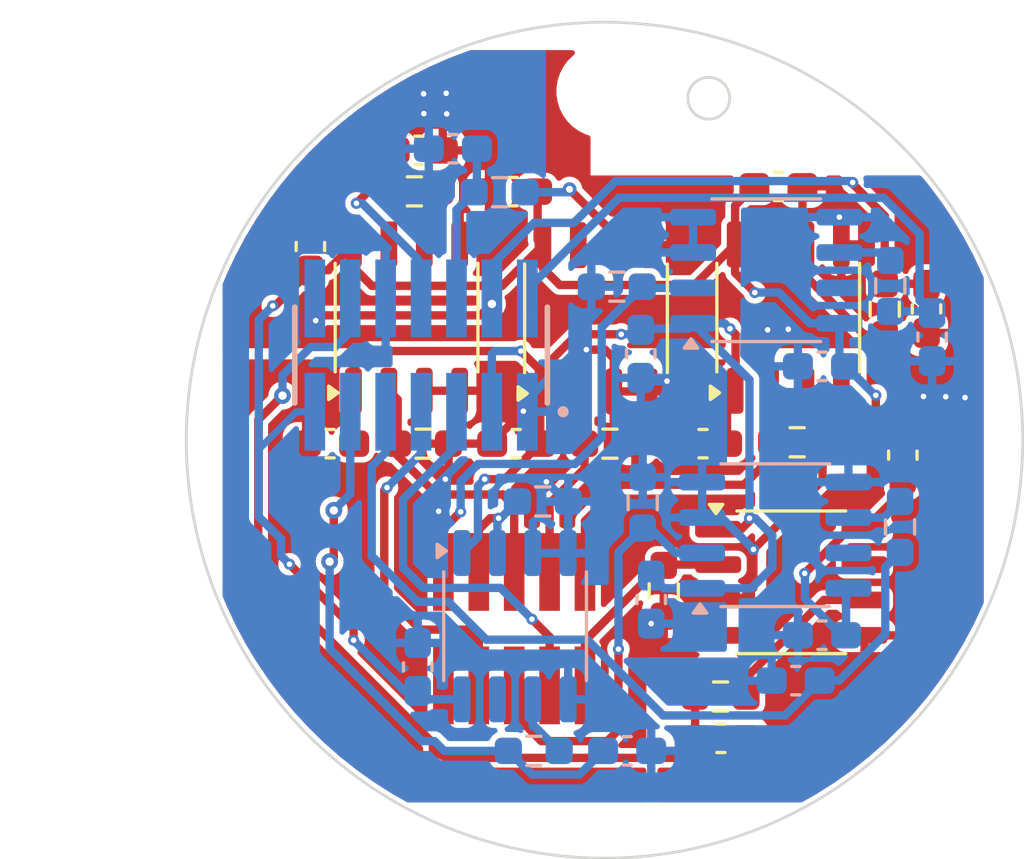
<source format=kicad_pcb>
(kicad_pcb (version 20240108) (generator "pcbnew") (generator_version "8.0")
  (layers (0 "F.Cu" signal) (31 "B.Cu" signal) (34 "B.Paste" user) (35 "F.Paste" user) (36 "B.SilkS" user "B.Silkscreen") (37 "F.SilkS" user "F.Silkscreen") (38 "B.Mask" user) (39 "F.Mask" user) (44 "Edge.Cuts" user))
  (net 0 "")
  (footprint "Capacitor_SMD:C_0603_1608Metric_Pad1.08x0.95mm_HandSolder" (layer "F.Cu") (at 32.8875 24.9)
    (property "Reference" "C46" (hide yes))
    (property "Value" "10n" (hide yes))
  )
  (footprint "Samtec-FTSH-105-01-L-DV-K:FTSH-105-01-L-DV-K" (layer "F.Cu") (at 36.31 40.03 180)
    (property "Reference" "J4" (hide yes))
    (property "Value" "Conn_01x10" (hide yes))
  )
  (footprint "Capacitor_SMD:C_0603_1608Metric_Pad1.08x0.95mm_HandSolder" (layer "F.Cu") (at 36.27 26.38)
    (property "Reference" "C29" (hide yes))
    (property "Value" "0.1uF" (hide yes))
  )
  (footprint "Resistor_SMD:R_0603_1608Metric_Pad0.98x0.95mm_HandSolder" (layer "F.Cu") (at 39.745 35.425 180)
    (property "Reference" "R57" (hide yes))
    (property "Value" "281" (hide yes))
  )
  (footprint "Capacitor_SMD:C_0603_1608Metric_Pad1.08x0.95mm_HandSolder" (layer "F.Cu") (at 36.3825 35.425)
    (property "Reference" "C28" (hide yes))
    (property "Value" "0.1uF" (hide yes))
  )
  (footprint "Resistor_SMD:R_0603_1608Metric_Pad0.98x0.95mm_HandSolder" (layer "F.Cu") (at 49.6 30.6 90)
    (property "Reference" "R64")
    (property "Value" "1k")
  )
  (footprint "Package_SO:SOP-8_3.9x4.9mm_P1.27mm" (layer "F.Cu") (at 46.14 30.9 90)
    (property "Reference" "U5" (hide yes))
    (property "Value" "~")
  )
  (footprint "Capacitor_SMD:C_0603_1608Metric_Pad1.08x0.95mm_HandSolder" (layer "F.Cu") (at 29 28.35 -90)
    (property "Reference" "C37" (hide yes))
    (property "Value" "0.1uF" (hide yes))
  )
  (footprint "MountingHole:MountingHole_3mm" (layer "F.Cu") (at 39.489569 22.777544)
    (property "Reference" "REF**" (hide yes))
    (property "Value" "MountingHole_3mm" (hide yes))
  )
  (footprint "Package_SO:SOP-8_3.9x4.9mm_P1.27mm" (layer "F.Cu") (at 46.25 40.4)
    (property "Reference" "U6" (hide yes))
    (property "Value" "~" (hide yes))
  )
  (footprint "Resistor_SMD:R_0603_1608Metric_Pad0.98x0.95mm_HandSolder" (layer "F.Cu") (at 46.4575 35.375 180)
    (property "Reference" "R55" (hide yes))
    (property "Value" "281" (hide yes))
  )
  (footprint "Resistor_SMD:R_0603_1608Metric_Pad0.98x0.95mm_HandSolder" (layer "F.Cu") (at 33.0425 35.425 180)
    (property "Reference" "R59" (hide yes))
    (property "Value" "281" (hide yes))
  )
  (footprint "Capacitor_SMD:C_0603_1608Metric_Pad1.08x0.95mm_HandSolder" (layer "F.Cu") (at 50.25 35.8375 -90)
    (property "Reference" "C27" (hide yes))
    (property "Value" "0.1uF" (hide yes))
  )
  (footprint "Capacitor_SMD:C_0603_1608Metric_Pad1.08x0.95mm_HandSolder" (layer "F.Cu") (at 29.7075 35.425)
    (property "Reference" "C31" (hide yes))
    (property "Value" "0.1uF" (hide yes))
  )
  (footprint "Capacitor_SMD:C_0603_1608Metric_Pad1.08x0.95mm_HandSolder" (layer "F.Cu") (at 43.0825 35.425)
    (property "Reference" "C24" (hide yes))
    (property "Value" "0.1uF" (hide yes))
  )
  (footprint "Capacitor_SMD:C_0603_1608Metric_Pad1.08x0.95mm_HandSolder" (layer "F.Cu") (at 51.1 30.5875 -90)
    (property "Reference" "C42")
    (property "Value" "10n" (hide yes))
  )
  (footprint "Package_SO:SOP-8_3.9x4.9mm_P1.27mm" (layer "F.Cu") (at 32.45 30.9 90)
    (property "Reference" "U9" (hide yes))
    (property "Value" "~")
  )
  (footprint "Resistor_SMD:R_0603_1608Metric_Pad0.98x0.95mm_HandSolder" (layer "F.Cu") (at 32.73 26.37 180)
    (property "Reference" "R68" (hide yes))
    (property "Value" "1k" (hide yes))
  )
  (footprint "Capacitor_SMD:C_0603_1608Metric_Pad1.08x0.95mm_HandSolder" (layer "F.Cu") (at 45.7875 26.19 180)
    (property "Reference" "C25" (hide yes))
    (property "Value" "0.1uF" (hide yes))
  )
  (footprint "Resistor_SMD:R_0603_1608Metric_Pad0.98x0.95mm_HandSolder" (layer "F.Cu") (at 41.675 40.705 90)
    (property "Reference" "R56" (hide yes))
    (property "Value" "281" (hide yes))
  )
  (footprint "Resistor_SMD:R_0603_1608Metric_Pad0.98x0.95mm_HandSolder" (layer "F.Cu") (at 43.7125 44.5 180)
    (property "Reference" "R65" (hide yes))
    (property "Value" "1k" (hide yes))
  )
  (footprint "Capacitor_SMD:C_0603_1608Metric_Pad1.08x0.95mm_HandSolder" (layer "F.Cu") (at 43.725 46)
    (property "Reference" "C43")
    (property "Value" "10n")
  )
  (footprint "Package_SO:SOP-8_3.9x4.9mm_P1.27mm" (layer "F.Cu") (at 39.245 30.925 90)
    (property "Reference" "U7" (hide yes))
    (property "Value" "~")
  )
  (footprint "Resistor_SMD:R_0603_1608Metric_Pad0.98x0.95mm_HandSolder" (layer "B.Cu") (at 40.92 37.54 -90)
    (property "Reference" "R60" (hide yes))
    (property "Value" "281" (hide yes))
  )
  (footprint "Capacitor_SMD:C_0603_1608Metric_Pad1.08x0.95mm_HandSolder" (layer "B.Cu") (at 47.35 42.3)
    (property "Reference" "C38" (hide yes))
    (property "Value" "0.1uF" (hide yes))
  )
  (footprint "Resistor_SMD:R_0603_1608Metric_Pad0.98x0.95mm_HandSolder" (layer "B.Cu") (at 49.8 29.7625 -90)
    (property "Reference" "R72" (hide yes))
    (property "Value" "1k" (hide yes))
  )
  (footprint "FTSH-107-01-L-DV-K:SAMTEC_FTSH-107-01-L-DV-K" (layer "B.Cu") (at 32.97 32.245 180)
    (property "Reference" "J15" (hide yes))
    (property "Value" "Conn_01x14")
  )
  (footprint "Capacitor_SMD:C_0603_1608Metric_Pad1.08x0.95mm_HandSolder" (layer "B.Cu") (at 40.3625 46.45)
    (property "Reference" "C48" (hide yes))
    (property "Value" "10n" (hide yes))
  )
  (footprint "Capacitor_SMD:C_0603_1608Metric_Pad1.08x0.95mm_HandSolder" (layer "B.Cu") (at 32.85 43.4375 -90)
    (property "Reference" "C39" (hide yes))
    (property "Value" "0.1uF" (hide yes))
  )
  (footprint "Resistor_SMD:R_0603_1608Metric_Pad0.98x0.95mm_HandSolder" (layer "B.Cu") (at 37.0125 46.45 180)
    (property "Reference" "R70" (hide yes))
    (property "Value" "1k" (hide yes))
  )
  (footprint "Package_SO:SOP-8_3.9x4.9mm_P1.27mm" (layer "B.Cu") (at 36.3425 41.975 -90)
    (property "Reference" "U11" (hide yes))
    (property "Value" "~")
  )
  (footprint "Resistor_SMD:R_0603_1608Metric_Pad0.98x0.95mm_HandSolder" (layer "B.Cu") (at 50.15 38.4125 -90)
    (property "Reference" "R69" (hide yes))
    (property "Value" "1k" (hide yes))
  )
  (footprint "Package_SO:SOP-8_3.9x4.9mm_P1.27mm" (layer "B.Cu") (at 45.675 38.71)
    (property "Reference" "U10" (hide yes))
    (property "Value" "~")
  )
  (footprint "Resistor_SMD:R_0603_1608Metric_Pad0.98x0.95mm_HandSolder" (layer "B.Cu") (at 35.7875 26.4 180)
    (property "Reference" "R66" (hide yes))
    (property "Value" "1k" (hide yes))
  )
  (footprint "Capacitor_SMD:C_0603_1608Metric_Pad1.08x0.95mm_HandSolder" (layer "B.Cu") (at 46.4075 43.93 180)
    (property "Reference" "C47" (hide yes))
    (property "Value" "10n" (hide yes))
  )
  (footprint "Capacitor_SMD:C_0603_1608Metric_Pad1.08x0.95mm_HandSolder" (layer "B.Cu") (at 40.85 32.2 90)
    (property "Reference" "C35" (hide yes))
    (property "Value" "0.1uF" (hide yes))
  )
  (footprint "Capacitor_SMD:C_0603_1608Metric_Pad1.08x0.95mm_HandSolder" (layer "B.Cu") (at 47.35 32.65)
    (property "Reference" "C41" (hide yes))
    (property "Value" "0.1uF" (hide yes))
  )
  (footprint "Resistor_SMD:R_0603_1608Metric_Pad0.98x0.95mm_HandSolder" (layer "B.Cu") (at 37.3375 37.5 180)
    (property "Reference" "R61" (hide yes))
    (property "Value" "281" (hide yes))
  )
  (footprint "Package_SO:SOP-8_3.9x4.9mm_P1.27mm" (layer "B.Cu") (at 45.35 29.2)
    (property "Reference" "U13" (hide yes))
    (property "Value" "~" (hide yes))
  )
  (footprint "Capacitor_SMD:C_0603_1608Metric_Pad1.08x0.95mm_HandSolder" (layer "B.Cu") (at 34.11 24.84 180)
    (property "Reference" "C44" (hide yes))
    (property "Value" "10n" (hide yes))
  )
  (footprint "Capacitor_SMD:C_0603_1608Metric_Pad1.08x0.95mm_HandSolder" (layer "B.Cu") (at 41.225 41.02 90)
    (property "Reference" "C32" (hide yes))
    (property "Value" "0.1uF" (hide yes))
  )
  (footprint "Capacitor_SMD:C_0603_1608Metric_Pad1.08x0.95mm_HandSolder" (layer "B.Cu") (at 51.3 31.6 -90)
    (property "Reference" "C50" (hide yes))
    (property "Value" "10n" (hide yes))
  )
  (footprint "Resistor_SMD:R_0603_1608Metric_Pad0.98x0.95mm_HandSolder" (layer "B.Cu") (at 39.99 29.79)
    (property "Reference" "R63" (hide yes))
    (property "Value" "281" (hide yes))
  )
  (gr_circle (center 39.55 35.3) (end 54.55 35.3) (stroke (width 0.1)) (fill none) (layer "Edge.Cuts"))
  (gr_circle (center 43.289569 23.027544) (end 44.039569 23.027544) (stroke (width 0.1)) (fill none) (layer "Edge.Cuts"))
  (segment (start 35.88 29.76) (end 37.34 28.3) (width 0.3) (layer "F.Cu") (net 0))
  (segment (start 44.455 38.495) (end 44.75 38.2) (width 0.3) (layer "F.Cu") (net 0))
  (segment (start 42.8 45.9375) (end 42.8625 46) (width 0.3) (layer "F.Cu") (net 0))
  (segment (start 31.65 40.8) (end 31.65 37.1) (width 0.3) (layer "F.Cu") (net 0))
  (segment (start 49.6 29.6875) (end 51.0625 29.6875) (width 0.3) (layer "F.Cu") (net 0))
  (segment (start 41.225 41.8825) (end 41.41 41.8825) (width 0.3) (layer "F.Cu") (net 0))
  (segment (start 35.45 38.1) (end 35.75 38.1) (width 0.3) (layer "F.Cu") (net 0))
  (segment (start 38.8325 33.7725) (end 38.61 33.55) (width 0.3) (layer "F.Cu") (net 0))
  (segment (start 27.7325 30.48) (end 27.650002 30.48) (width 0.3) (layer "F.Cu") (net 0))
  (segment (start 29.0125 29.2) (end 29 29.2125) (width 0.3) (layer "F.Cu") (net 0))
  (segment (start 37.34 28.3) (end 37.34 29.124999) (width 0.3) (layer "F.Cu") (net 0))
  (segment (start 35.9 37.25) (end 36.31 37.66) (width 0.3) (layer "F.Cu") (net 0))
  (segment (start 37.245 35.425) (end 37.245 33.645) (width 0.3) (layer "F.Cu") (net 0))
  (segment (start 37.15 28.11) (end 37.34 28.3) (width 0.3) (layer "F.Cu") (net 0))
  (segment (start 30.549998 42.049998) (end 30.549998 42.48) (width 0.3) (layer "F.Cu") (net 0))
  (segment (start 38.85 40.03) (end 38.85 38.2) (width 0.3) (layer "F.Cu") (net 0))
  (segment (start 44.25 31.5) (end 44.25 33.51) (width 0.3) (layer "F.Cu") (net 0))
  (segment (start 39.57 32.05) (end 39.88 32.36) (width 0.3) (layer "F.Cu") (net 0))
  (segment (start 41.15 33.55) (end 41.42 33.55) (width 0.3) (layer "F.Cu") (net 0))
  (segment (start 44.625 44.5) (end 44.625 43.825) (width 0.3) (layer "F.Cu") (net 0))
  (segment (start 29.38 30.82) (end 29.19 31.01) (width 0.3) (layer "F.Cu") (net 0))
  (segment (start 35.97 36.7) (end 35.25 36.7) (width 0.3) (layer "F.Cu") (net 0))
  (segment (start 48.8625 31.5125) (end 49.6 31.5125) (width 0.3) (layer "F.Cu") (net 0))
  (segment (start 44.05 31.3) (end 44.25 31.5) (width 0.3) (layer "F.Cu") (net 0))
  (segment (start 49.6 27.25) (end 48.45 26.1) (width 0.3) (layer "F.Cu") (net 0))
  (segment (start 33.395164 46.470539) (end 33.887245 46.7) (width 0.3) (layer "F.Cu") (net 0))
  (segment (start 47.37 34.2) (end 48.045 33.525) (width 0.3) (layer "F.Cu") (net 0))
  (segment (start 43.625 41.035) (end 44.449999 41.035) (width 0.3) (layer "F.Cu") (net 0))
  (segment (start 29.65 29.17) (end 29.65 29.2) (width 0.3) (layer "F.Cu") (net 0))
  (segment (start 45.545 33.565) (end 45.505 33.525) (width 0.3) (layer "F.Cu") (net 0))
  (segment (start 47.415 41.035) (end 48.875 41.035) (width 0.3) (layer "F.Cu") (net 0))
  (segment (start 39.65 46.1) (end 40.05 45.7) (width 0.3) (layer "F.Cu") (net 0))
  (segment (start 38.85 38.2) (end 40.15 36.9) (width 0.3) (layer "F.Cu") (net 0))
  (segment (start 37.285 46.1) (end 39.65 46.1) (width 0.3) (layer "F.Cu") (net 0))
  (segment (start 38.85 44.1) (end 38.85 42.5) (width 0.3) (layer "F.Cu") (net 0))
  (segment (start 39.88 27.880907) (end 38.295282 26.296189) (width 0.3) (layer "F.Cu") (net 0))
  (segment (start 32.13 35.85) (end 33.53 37.25) (width 0.3) (layer "F.Cu") (net 0))
  (segment (start 48.875 38.495) (end 50.25 37.12) (width 0.3) (layer "F.Cu") (net 0))
  (segment (start 37.245 35.425) (end 35.97 36.7) (width 0.3) (layer "F.Cu") (net 0))
  (segment (start 39.88 28.3) (end 39.88 27.880907) (width 0.3) (layer "F.Cu") (net 0))
  (segment (start 32.13 35.425) (end 32.13 33.84) (width 0.3) (layer "F.Cu") (net 0))
  (segment (start 46.73 40.08) (end 48.315 38.495) (width 0.3) (layer "F.Cu") (net 0))
  (segment (start 50.25 37.12) (end 50.25 36.7) (width 0.3) (layer "F.Cu") (net 0))
  (segment (start 29.69 39.66) (end 29.84 39.51) (width 0.3) (layer "F.Cu") (net 0))
  (segment (start 32.025 26.1625) (end 31.7875 26.4) (width 0.3) (layer "F.Cu") (net 0))
  (segment (start 28.25 39.75) (end 30.549998 42.049998) (width 0.3) (layer "F.Cu") (net 0))
  (segment (start 31.7875 26.4) (end 31.05 26.4) (width 0.3) (layer "F.Cu") (net 0))
  (segment (start 31.05 26.4) (end 30.65 26.8) (width 0.3) (layer "F.Cu") (net 0))
  (segment (start 38.9 32.05) (end 39.57 32.05) (width 0.3) (layer "F.Cu") (net 0))
  (segment (start 32.13 33.84) (end 31.815 33.525) (width 0.3) (layer "F.Cu") (net 0))
  (segment (start 33.085 26.9275) (end 33.6425 26.37) (width 0.3) (layer "F.Cu") (net 0))
  (segment (start 46.775 28.275) (end 46.775 29.425) (width 0.3) (layer "F.Cu") (net 0))
  (segment (start 38.85 36.3) (end 38.8325 36.2825) (width 0.3) (layer "F.Cu") (net 0))
  (segment (start 47.975 27.295) (end 47.975 28.205) (width 0.3) (layer "F.Cu") (net 0))
  (segment (start 30.545 32.700001) (end 30.545 33.525) (width 0.3) (layer "F.Cu") (net 0))
  (segment (start 33.955 36.586316) (end 33.955 35.425) (width 0.3) (layer "F.Cu") (net 0))
  (segment (start 37.58 42.359538) (end 37.58 44.1) (width 0.3) (layer "F.Cu") (net 0))
  (segment (start 31.145001 32.1) (end 30.545 32.700001) (width 0.3) (layer "F.Cu") (net 0))
  (segment (start 36.945748 41.725286) (end 37.58 42.359538) (width 0.3) (layer "F.Cu") (net 0))
  (segment (start 37.245 33.645) (end 37.34 33.55) (width 0.3) (layer "F.Cu") (net 0))
  (segment (start 40.05 45.7) (end 40.05 42.8) (width 0.3) (layer "F.Cu") (net 0))
  (segment (start 44.89 39.22) (end 47.37 36.74) (width 0.3) (layer "F.Cu") (net 0))
  (segment (start 47.37 36.74) (end 47.37 35.375) (width 0.3) (layer "F.Cu") (net 0))
  (segment (start 43.625 38.495) (end 44.455 38.495) (width 0.3) (layer "F.Cu") (net 0))
  (segment (start 37.58 40.03) (end 37.58 37.57) (width 0.3) (layer "F.Cu") (net 0))
  (segment (start 31.65 37.1) (end 31.75 37) (width 0.3) (layer "F.Cu") (net 0))
  (segment (start 42.78 29.73) (end 44.235 28.275) (width 0.3) (layer "F.Cu") (net 0))
  (segment (start 36.55 32.1) (end 31.145001 32.1) (width 0.3) (layer "F.Cu") (net 0))
  (segment (start 37.34 32.89) (end 36.55 32.1) (width 0.3) (layer "F.Cu") (net 0))
  (segment (start 37.34 33.55) (end 37.34 32.89) (width 0.3) (layer "F.Cu") (net 0))
  (segment (start 42.1625 46.7) (end 42.8625 46) (width 0.3) (layer "F.Cu") (net 0))
  (segment (start 41.41 41.8825) (end 41.675 41.6175) (width 0.3) (layer "F.Cu") (net 0))
  (segment (start 43.625 39.765) (end 41.7025 39.765) (width 0.3) (layer "F.Cu") (net 0))
  (segment (start 38.8325 36.2825) (end 38.8325 35.425) (width 0.3) (layer "F.Cu") (net 0))
  (segment (start 37.34 33.55) (end 37.34 32.725001) (width 0.3) (layer "F.Cu") (net 0))
  (segment (start 35.52 35.379339) (end 35.52 35.425) (width 0.3) (layer "F.Cu") (net 0))
  (segment (start 32.025 24.9) (end 32.025 26.1625) (width 0.3) (layer "F.Cu") (net 0))
  (segment (start 36.31 37.66) (end 36.31 40.03) (width 0.3) (layer "F.Cu") (net 0))
  (segment (start 33.77 38.49) (end 33.77 40.03) (width 0.3) (layer "F.Cu") (net 0))
  (segment (start 46.775 29.425) (end 48.8625 31.5125) (width 0.3) (layer "F.Cu") (net 0))
  (segment (start 31.205001 29.76) (end 35.88 29.76) (width 0.3) (layer "F.Cu") (net 0))
  (segment (start 30.545 28.275) (end 30.545 29.099999) (width 0.3) (layer "F.Cu") (net 0))
  (segment (start 34.39 37.87) (end 33.77 38.49) (width 0.3) (layer "F.Cu") (net 0))
  (segment (start 41.5575 39.7925) (end 41.675 39.7925) (width 0.3) (layer "F.Cu") (net 0))
  (segment (start 33.53 37.25) (end 35.9 37.25) (width 0.3) (layer "F.Cu") (net 0))
  (segment (start 44.55 36.9) (end 45.545 35.905) (width 0.3) (layer "F.Cu") (net 0))
  (segment (start 38.565001 31.5) (end 40.15 31.5) (width 0.3) (layer "F.Cu") (net 0))
  (segment (start 30.545 28.275) (end 29.65 29.17) (width 0.3) (layer "F.Cu") (net 0))
  (segment (start 38.85 42.5) (end 41.5575 39.7925) (width 0.3) (layer "F.Cu") (net 0))
  (segment (start 36.640457 34.258882) (end 35.52 35.379339) (width 0.3) (layer "F.Cu") (net 0))
  (segment (start 46.775 28.275) (end 46.775 28.925) (width 0.3) (layer "F.Cu") (net 0))
  (segment (start 35.04 38.51) (end 35.05 38.5) (width 0.3) (layer "F.Cu") (net 0))
  (segment (start 50.25 36.7) (end 49.28 35.73) (width 0.3) (layer "F.Cu") (net 0))
  (segment (start 28 33.7) (end 27.13 34.57) (width 0.3) (layer "F.Cu") (net 0))
  (segment (start 27.13 39.905847) (end 33.395164 46.171011) (width 0.3) (layer "F.Cu") (net 0))
  (segment (start 33.841316 36.7) (end 33.955 36.586316) (width 0.3) (layer "F.Cu") (net 0))
  (segment (start 32.95 42.1) (end 31.65 40.8) (width 0.3) (layer "F.Cu") (net 0))
  (segment (start 38.8325 35.425) (end 38.8325 33.7725) (width 0.3) (layer "F.Cu") (net 0))
  (segment (start 44.94 30) (end 44.235 29.295) (width 0.3) (layer "F.Cu") (net 0))
  (segment (start 29.84 39.51) (end 29.84 37.82) (width 0.3) (layer "F.Cu") (net 0))
  (segment (start 46.775 33.525) (end 48.045 33.525) (width 0.3) (layer "F.Cu") (net 0))
  (segment (start 44.449999 41.035) (end 44.89 40.594999) (width 0.3) (layer "F.Cu") (net 0))
  (segment (start 35.51 30.41) (end 35.1 30.82) (width 0.3) (layer "F.Cu") (net 0))
  (segment (start 36.31 44.1) (end 36.31 45.125) (width 0.3) (layer "F.Cu") (net 0))
  (segment (start 35.04 40.03) (end 35.04 38.51) (width 0.3) (layer "F.Cu") (net 0))
  (segment (start 36.31 45.125) (end 37.285 46.1) (width 0.3) (layer "F.Cu") (net 0))
  (segment (start 45.545 35.905) (end 45.545 35.375) (width 0.3) (layer "F.Cu") (net 0))
  (segment (start 49.6625 31.45) (end 49.6 31.5125) (width 0.3) (layer "F.Cu") (net 0))
  (segment (start 47.37 35.375) (end 47.37 34.2) (width 0.3) (layer "F.Cu") (net 0))
  (segment (start 48.315 38.495) (end 48.875 38.495) (width 0.3) (layer "F.Cu") (net 0))
  (segment (start 35.04 42.59) (end 34.55 42.1) (width 0.3) (layer "F.Cu") (net 0))
  (segment (start 42.8 44.5) (end 42.8 45.9375) (width 0.3) (layer "F.Cu") (net 0))
  (segment (start 44.235 29.295) (end 44.235 28.275) (width 0.3) (layer "F.Cu") (net 0))
  (segment (start 29.65 29.2) (end 29.0125 29.2) (width 0.3) (layer "F.Cu") (net 0))
  (segment (start 45.545 35.375) (end 45.545 33.565) (width 0.3) (layer "F.Cu") (net 0))
  (segment (start 33.395164 46.171011) (end 33.395164 46.470539) (width 0.3) (layer "F.Cu") (net 0))
  (segment (start 34.55 42.1) (end 32.95 42.1) (width 0.3) (layer "F.Cu") (net 0))
  (segment (start 37.58 37.57) (end 38.85 36.3) (width 0.3) (layer "F.Cu") (net 0))
  (segment (start 37.34 29.124999) (end 37.945001 29.73) (width 0.3) (layer "F.Cu") (net 0))
  (segment (start 27.13 34.57) (end 27.13 39.905847) (width 0.3) (layer "F.Cu") (net 0))
  (segment (start 32.13 35.425) (end 32.13 35.85) (width 0.3) (layer "F.Cu") (net 0))
  (segment (start 44.625 43.825) (end 47.415 41.035) (width 0.3) (layer "F.Cu") (net 0))
  (segment (start 43.945 35.425) (end 43.945 33.815) (width 0.3) (layer "F.Cu") (net 0))
  (segment (start 35.04 44.1) (end 35.04 42.59) (width 0.3) (layer "F.Cu") (net 0))
  (segment (start 35.1 30.82) (end 29.38 30.82) (width 0.3) (layer "F.Cu") (net 0))
  (segment (start 30.57 35.425) (end 30.57 33.55) (width 0.3) (layer "F.Cu") (net 0))
  (segment (start 40.15 36.9) (end 44.55 36.9) (width 0.3) (layer "F.Cu") (net 0))
  (segment (start 44.89 40.594999) (end 44.89 39.22) (width 0.3) (layer "F.Cu") (net 0))
  (segment (start 47.975 28.205) (end 48.045 28.275) (width 0.3) (layer "F.Cu") (net 0))
  (segment (start 37.34 32.725001) (end 38.565001 31.5) (width 0.3) (layer "F.Cu") (net 0))
  (segment (start 44.235 28.275) (end 44.235 26.88) (width 0.3) (layer "F.Cu") (net 0))
  (segment (start 29 29.2125) (end 27.7325 30.48) (width 0.3) (layer "F.Cu") (net 0))
  (segment (start 44.25 33.51) (end 44.235 33.525) (width 0.3) (layer "F.Cu") (net 0))
  (segment (start 33.887245 46.7) (end 42.1625 46.7) (width 0.3) (layer "F.Cu") (net 0))
  (segment (start 37.15 26.4) (end 37.15 28.11) (width 0.3) (layer "F.Cu") (net 0))
  (segment (start 44.235 26.88) (end 44.925 26.19) (width 0.3) (layer "F.Cu") (net 0))
  (segment (start 41.7025 39.765) (end 41.675 39.7925) (width 0.3) (layer "F.Cu") (net 0))
  (segment (start 49.28 35.73) (end 49.28 33.69) (width 0.3) (layer "F.Cu") (net 0))
  (segment (start 39.88 32.36) (end 39.88 33.55) (width 0.3) (layer "F.Cu") (net 0))
  (segment (start 43.945 33.815) (end 44.235 33.525) (width 0.3) (layer "F.Cu") (net 0))
  (segment (start 33.085 28.275) (end 33.085 26.9275) (width 0.3) (layer "F.Cu") (net 0))
  (segment (start 30.57 33.55) (end 30.545 33.525) (width 0.3) (layer "F.Cu") (net 0))
  (segment (start 37.945001 29.73) (end 42.78 29.73) (width 0.3) (layer "F.Cu") (net 0))
  (segment (start 30.57 35.425) (end 30.57 34.84) (width 0.3) (layer "F.Cu") (net 0))
  (segment (start 51.0625 29.6875) (end 51.1 29.725) (width 0.3) (layer "F.Cu") (net 0))
  (segment (start 41.42 33.55) (end 41.79 33.18) (width 0.3) (layer "F.Cu") (net 0))
  (segment (start 49.6 29.6875) (end 49.6 27.25) (width 0.3) (layer "F.Cu") (net 0))
  (segment (start 35.05 38.5) (end 35.45 38.1) (width 0.3) (layer "F.Cu") (net 0))
  (segment (start 30.545 29.099999) (end 31.205001 29.76) (width 0.3) (layer "F.Cu") (net 0))
  (via (at 29.69 39.66) (size 0.6) (drill 0.3) (layers "F.Cu" "B.Cu") (net 0))
  (via (at 38.9 32.05) (size 0.4) (drill 0.2) (layers "F.Cu" "B.Cu") (net 0))
  (via (at 37.465 36.795) (size 0.4) (drill 0.2) (layers "F.Cu" "B.Cu") (net 0))
  (via (at 33.07 23.58) (size 0.4) (drill 0.2) (layers "F.Cu" "B.Cu") (net 0))
  (via (at 36.640457 34.258882) (size 0.4) (drill 0.2) (layers "F.Cu" "B.Cu") (net 0))
  (via (at 30.549998 42.48) (size 0.4) (drill 0.2) (layers "F.Cu" "B.Cu") (net 0))
  (via (at 44.75 38.1) (size 0.4) (drill 0.2) (layers "F.Cu" "B.Cu") (net 0))
  (via (at 36.55 32.1) (size 0.4) (drill 0.2) (layers "F.Cu" "B.Cu") (net 0))
  (via (at 41.225 41.8825) (size 0.4) (drill 0.2) (layers "F.Cu" "B.Cu") (net 0))
  (via (at 34.39 37.87) (size 0.4) (drill 0.2) (layers "F.Cu" "B.Cu") (net 0))
  (via (at 46.14 31.32) (size 0.4) (drill 0.2) (layers "F.Cu" "B.Cu") (net 0))
  (via (at 33.6 37.85) (size 0.4) (drill 0.2) (layers "F.Cu" "B.Cu") (net 0))
  (via (at 36.945748 41.725286) (size 0.4) (drill 0.2) (layers "F.Cu" "B.Cu") (net 0))
  (via (at 41.79 33.18) (size 0.4) (drill 0.2) (layers "F.Cu" "B.Cu") (net 0))
  (via (at 48.45 26.05) (size 0.4) (drill 0.2) (layers "F.Cu" "B.Cu") (net 0))
  (via (at 33.89 23.59) (size 0.4) (drill 0.2) (layers "F.Cu" "B.Cu") (net 0))
  (via (at 27.650002 30.48) (size 0.4) (drill 0.2) (layers "F.Cu" "B.Cu") (net 0))
  (via (at 45.4 31.34) (size 0.4) (drill 0.2) (layers "F.Cu" "B.Cu") (net 0))
  (via (at 44.89 39.22) (size 0.4) (drill 0.2) (layers "F.Cu" "B.Cu") (net 0))
  (via (at 51.79 33.74) (size 0.4) (drill 0.2) (layers "F.Cu" "B.Cu") (net 0))
  (via (at 33.06 22.87) (size 0.4) (drill 0.2) (layers "F.Cu" "B.Cu") (net 0))
  (via (at 29.84 37.82) (size 0.6) (drill 0.3) (layers "F.Cu" "B.Cu") (net 0))
  (via (at 40.15 31.5) (size 0.4) (drill 0.2) (layers "F.Cu" "B.Cu") (net 0))
  (via (at 38.295282 26.296189) (size 0.5) (drill 0.25) (layers "F.Cu" "B.Cu") (net 0))
  (via (at 46.73 40.08) (size 0.4) (drill 0.2) (layers "F.Cu" "B.Cu") (net 0))
  (via (at 44.05 31.3) (size 0.4) (drill 0.2) (layers "F.Cu" "B.Cu") (net 0))
  (via (at 40.05 42.8) (size 0.4) (drill 0.2) (layers "F.Cu" "B.Cu") (net 0))
  (via (at 35.51 30.41) (size 0.6) (drill 0.3) (layers "F.Cu" "B.Cu") (net 0))
  (via (at 29.19 31.01) (size 0.4) (drill 0.2) (layers "F.Cu" "B.Cu") (net 0))
  (via (at 30.65 26.8) (size 0.4) (drill 0.2) (layers "F.Cu" "B.Cu") (net 0))
  (via (at 47.975 27.295) (size 0.4) (drill 0.2) (layers "F.Cu" "B.Cu") (net 0))
  (via (at 33.87 22.85) (size 0.4) (drill 0.2) (layers "F.Cu" "B.Cu") (net 0))
  (via (at 35.25 36.7) (size 0.4) (drill 0.2) (layers "F.Cu" "B.Cu") (net 0))
  (via (at 33.841316 36.7) (size 0.4) (drill 0.2) (layers "F.Cu" "B.Cu") (net 0))
  (via (at 44.94 30) (size 0.4) (drill 0.2) (layers "F.Cu" "B.Cu") (net 0))
  (via (at 28.25 39.75) (size 0.4) (drill 0.2) (layers "F.Cu" "B.Cu") (net 0))
  (via (at 28 33.7) (size 0.6) (drill 0.3) (layers "F.Cu" "B.Cu") (net 0))
  (via (at 50.99 33.73) (size 0.4) (drill 0.2) (layers "F.Cu" "B.Cu") (net 0))
  (via (at 52.48 33.77) (size 0.4) (drill 0.2) (layers "F.Cu" "B.Cu") (net 0))
  (via (at 49.28 33.69) (size 0.4) (drill 0.2) (layers "F.Cu" "B.Cu") (net 0))
  (via (at 31.75 37) (size 0.4) (drill 0.2) (layers "F.Cu" "B.Cu") (net 0))
  (via (at 35.75 38.1) (size 0.4) (drill 0.2) (layers "F.Cu" "B.Cu") (net 0))
  (segment (start 43.745 38.075) (end 44.89 39.22) (width 0.3) (layer "B.Cu") (net 0))
  (segment (start 36.9775 45.5725) (end 37.0475 45.5725) (width 0.3) (layer "B.Cu") (net 0))
  (segment (start 33.8 46.45) (end 36.1 46.45) (width 0.3) (layer "B.Cu") (net 0))
  (segment (start 38.65 47.3) (end 39.5 46.45) (width 0.3) (layer "B.Cu") (net 0))
  (segment (start 39.95 26) (end 38.45 27.5) (width 0.3) (layer "B.Cu") (net 0))
  (segment (start 34.4375 44.6) (end 33.15 44.6) (width 0.3) (layer "B.Cu") (net 0))
  (segment (start 42.725 31.105) (end 44.75 33.13) (width 0.3) (layer "B.Cu") (net 0))
  (segment (start 49.575 38.075) (end 50.15 37.5) (width 0.3) (layer "B.Cu") (net 0))
  (segment (start 40.6875 31.5) (end 40.85 31.3375) (width 0.3) (layer "B.Cu") (net 0))
  (segment (start 34.9725 26.3025) (end 34.875 26.4) (width 0.3) (layer "B.Cu") (net 0))
  (segment (start 47.975 28.565) (end 49.515 28.565) (width 0.3) (layer "B.Cu") (net 0))
  (segment (start 29.69 42.783339) (end 33.006661 46.1) (width 0.3) (layer "B.Cu") (net 0))
  (segment (start 47.975 31.105) (end 46.915 31.105) (width 0.3) (layer "B.Cu") (net 0))
  (segment (start 47.975 32.4125) (end 48.2125 32.65) (width 0.3) (layer "B.Cu") (net 0))
  (segment (start 29.84 37.82) (end 30.43 37.23) (width 0.3) (layer "B.Cu") (net 0))
  (segment (start 36.7 26.4) (end 38.191471 26.4) (width 0.3) (layer "B.Cu") (net 0))
  (segment (start 46.74 40.09) (end 46.73 40.08) (width 0.3) (layer "B.Cu") (net 0))
  (segment (start 43.855 31.105) (end 44.05 31.3) (width 0.3) (layer "B.Cu") (net 0))
  (segment (start 38.45 27.5) (end 37.025 27.5) (width 0.3) (layer "B.Cu") (net 0))
  (segment (start 30.86 26.8) (end 30.65 26.8) (width 0.3) (layer "B.Cu") (net 0))
  (segment (start 36.9775 44.6) (end 36.9775 45.5725) (width 0.3) (layer "B.Cu") (net 0))
  (segment (start 28.25 39.75) (end 27.95 39.45) (width 0.3) (layer "B.Cu") (net 0))
  (segment (start 32.85 44.3) (end 32.369998 44.3) (width 0.3) (layer "B.Cu") (net 0))
  (segment (start 31.2 39.457107) (end 32.842893 41.1) (width 0.3) (layer "B.Cu") (net 0))
  (segment (start 35.7075 38.2175) (end 35.7075 39.35) (width 0.3) (layer "B.Cu") (net 0))
  (segment (start 35.31 42.46) (end 38.932182 42.46) (width 0.3) (layer "B.Cu") (net 0))
  (segment (start 30.43 37.23) (end 30.43 34.28) (width 0.3) (layer "B.Cu") (net 0))
  (segment (start 29.015 31.955) (end 29.88 31.955) (width 0.3) (layer "B.Cu") (net 0))
  (segment (start 38.9 32.05) (end 38.57 32.05) (width 0.3) (layer "B.Cu") (net 0))
  (segment (start 35.51 29.015) (end 35.51 30.21) (width 0.3) (layer "B.Cu") (net 0))
  (segment (start 46.74 40.99) (end 46.74 40.09) (width 0.3) (layer "B.Cu") (net 0))
  (segment (start 34.24 30.21) (end 34.24 27.035) (width 0.3) (layer "B.Cu") (net 0))
  (segment (start 48.45 26.05) (end 48.4 26) (width 0.3) (layer "B.Cu") (net 0))
  (segment (start 36.78 29.89) (end 36.78 30.21) (width 0.3) (layer "B.Cu") (net 0))
  (segment (start 35.51 32.205) (end 35.615 32.1) (width 0.3) (layer "B.Cu") (net 0))
  (segment (start 49.2525 33.69) (end 49.28 33.69) (width 0.3) (layer "B.Cu") (net 0))
  (segment (start 28 32.97) (end 29.015 31.955) (width 0.3) (layer "B.Cu") (net 0))
  (segment (start 35.615 32.1) (end 36.55 32.1) (width 0.3) (layer "B.Cu") (net 0))
  (segment (start 49.556759 26.6) (end 40.07 26.6) (width 0.3) (layer "B.Cu") (net 0))
  (segment (start 28.5 34.28) (end 27.15 35.63) (width 0.25) (layer "B.Cu") (net 0))
  (segment (start 31.2 36.24) (end 31.2 39.457107) (width 0.3) (layer "B.Cu") (net 0))
  (segment (start 41.125 29.835) (end 40.9 29.61) (width 0.3) (layer "B.Cu") (net 0))
  (segment (start 33.15 44.6) (end 32.85 44.3) (width 0.3) (layer "B.Cu") (net 0))
  (segment (start 29.16 34.28) (end 28.5 34.28) (width 0.25) (layer "B.Cu") (net 0))
  (segment (start 49.62 39.855) (end 50.15 39.325) (width 0.3) (layer "B.Cu") (net 0))
  (segment (start 37.41 36.74) (end 37.465 36.795) (width 0.3) (layer "B.Cu") (net 0))
  (segment (start 34.24 27.035) (end 34.875 26.4) (width 0.3) (layer "B.Cu") (net 0))
  (segment (start 35.01 38.7775) (end 35.01 36.94) (width 0.3) (layer "B.Cu") (net 0))
  (segment (start 51.2375 30.675) (end 51.3 30.7375) (width 0.3) (layer "B.Cu") (net 0))
  (segment (start 44.75 33.13) (end 44.75 38.1) (width 0.3) (layer "B.Cu") (net 0))
  (segment (start 36.1 46.45) (end 36.95 47.3) (width 0.3) (layer "B.Cu") (net 0))
  (segment (start 33.006661 46.1) (end 33.45 46.1) (width 0.3) (layer "B.Cu") (net 0))
  (segment (start 43.05 38.075) (end 43.745 38.075) (width 0.3) (layer "B.Cu") (net 0))
  (segment (start 50.85 27.893241) (end 49.556759 26.6) (width 0.3) (layer "B.Cu") (net 0))
  (segment (start 29.22 34.647427) (end 29.22 34.8) (width 0.3) (layer "B.Cu") (net 0))
  (segment (start 49.515 28.565) (end 49.8 28.85) (width 0.3) (layer "B.Cu") (net 0))
  (segment (start 41.79 33.18) (end 40.9675 33.18) (width 0.3) (layer "B.Cu") (net 0))
  (segment (start 40.9675 33.18) (end 40.85 33.0625) (width 0.3) (layer "B.Cu") (net 0))
  (segment (start 32.32 37.43) (end 34.12 35.63) (width 0.3) (layer "B.Cu") (net 0))
  (segment (start 40.05 39.3225) (end 40.05 42.8) (width 0.3) (layer "B.Cu") (net 0))
  (segment (start 48.2125 40.7025) (end 48.3 40.615) (width 0.3) (layer "B.Cu") (net 0))
  (segment (start 34.9725 24.84) (end 34.9725 26.3025) (width 0.3) (layer "B.Cu") (net 0))
  (segment (start 45.57 39.86) (end 44.815 40.615) (width 0.3) (layer "B.Cu") (net 0))
  (segment (start 39.45 35.2) (end 39.45 31.2425) (width 0.3) (layer "B.Cu") (net 0))
  (segment (start 44.95 38.1) (end 45.57 38.72) (width 0.3) (layer "B.Cu") (net 0))
  (segment (start 38.57 32.05) (end 36.78 33.84) (width 0.3) (layer "B.Cu") (net 0))
  (segment (start 37.465 36.795) (end 38.17 37.5) (width 0.3) (layer "B.Cu") (net 0))
  (segment (start 31.75 37) (end 32.97 35.78) (width 0.3) (layer "B.Cu") (net 0))
  (segment (start 35.820462 40.6) (end 33.05 40.6) (width 0.3) (layer "B.Cu") (net 0))
  (segment (start 48.3 38.075) (end 49.575 38.075) (width 0.3) (layer "B.Cu") (net 0))
  (segment (start 33.89 37.56) (end 33.6 37.85) (width 0.3) (layer "B.Cu") (net 0))
  (segment (start 48.2125 42.3) (end 48.05 42.3) (width 0.3) (layer "B.Cu") (net 0))
  (segment (start 48.2125 42.3) (end 48.2125 40.7025) (width 0.3) (layer "B.Cu") (net 0))
  (segment (start 39.45 31.2425) (end 40.9025 29.79) (width 0.3) (layer "B.Cu") (net 0))
  (segment (start 36.758882 34.258882) (end 36.78 34.28) (width 0.3) (layer "B.Cu") (net 0))
  (segment (start 46.02 45.18) (end 47.27 43.93) (width 0.3) (layer "B.Cu") (net 0))
  (segment (start 46.12 30.31) (end 45.81 30) (width 0.3) (layer "B.Cu") (net 0))
  (segment (start 42.085 39.345) (end 41.1925 38.4525) (width 0.3) (layer "B.Cu") (net 0))
  (segment (start 27.15 30.980002) (end 27.650002 30.48) (width 0.3) (layer "B.Cu") (net 0))
  (segment (start 42.725 31.105) (end 43.855 31.105) (width 0.3) (layer "B.Cu") (net 0))
  (segment (start 46.915 31.105) (end 46.12 30.31) (width 0.3) (layer "B.Cu") (net 0))
  (segment (start 41.1925 38.4525) (end 40.92 38.4525) (width 0.3) (layer "B.Cu") (net 0))
  (segment (start 33.95 41.1) (end 35.31 42.46) (width 0.3) (layer "B.Cu") (net 0))
  (segment (start 36.95 47.3) (end 38.65 47.3) (width 0.3) (layer "B.Cu") (net 0))
  (segment (start 27.15 35.63) (end 27.15 30.980002) (width 0.3) (layer "B.Cu") (net 0))
  (segment (start 33.45 46.1) (end 33.8 46.45) (width 0.3) (layer "B.Cu") (net 0))
  (segment (start 29.19 30.24) (end 29.16 30.21) (width 0.3) (layer "B.Cu") (net 0))
  (segment (start 42.53 31.3) (end 42.725 31.105) (width 0.3) (layer "B.Cu") (net 0))
  (segment (start 38.191471 26.4) (end 38.295282 26.296189) (width 0.3) (layer "B.Cu") (net 0))
  (segment (start 40.07 26.6) (end 36.78 29.89) (width 0.3) (layer "B.Cu") (net 0))
  (segment (start 35.022182 36.15) (end 38.5 36.15) (width 0.3) (layer "B.Cu") (net 0))
  (segment (start 27.95 38.85) (end 27.15 38.05) (width 0.3) (layer "B.Cu") (net 0))
  (segment (start 37.025 27.5) (end 35.51 29.015) (width 0.3) (layer "B.Cu") (net 0))
  (segment (start 47.27 43.93) (end 47.957432 43.93) (width 0.3) (layer "B.Cu") (net 0))
  (segment (start 31.7 35.74) (end 31.2 36.24) (width 0.3) (layer "B.Cu") (net 0))
  (segment (start 48.4 26) (end 39.95 26) (width 0.3) (layer "B.Cu") (net 0))
  (segment (start 36.425 37.5) (end 35.7075 38.2175) (width 0.3) (layer "B.Cu") (net 0))
  (segment (start 28 33.7) (end 28 32.97) (width 0.3) (layer "B.Cu") (net 0))
  (segment (start 49.8 30.675) (end 51.2375 30.675) (width 0.3) (layer "B.Cu") (net 0))
  (segment (start 44.815 40.615) (end 43.05 40.615) (width 0.3) (layer "B.Cu") (net 0))
  (segment (start 34.39 36.782182) (end 35.022182 36.15) (width 0.3) (layer "B.Cu") (net 0))
  (segment (start 40.15 31.5) (end 40.6875 31.5) (width 0.3) (layer "B.Cu") (net 0))
  (segment (start 38.5 36.15) (end 39.45 35.2) (width 0.3) (layer "B.Cu") (net 0))
  (segment (start 45.57 38.72) (end 45.57 39.86) (width 0.3) (layer "B.Cu") (net 0))
  (segment (start 34.12 35.63) (end 34.12 34.1) (width 0.3) (layer "B.Cu") (net 0))
  (segment (start 50.85 30.2875) (end 50.85 27.893241) (width 0.3) (layer "B.Cu") (net 0))
  (segment (start 33.05 40.6) (end 32.32 39.87) (width 0.3) (layer "B.Cu") (net 0))
  (segment (start 33.89 36.748684) (end 33.89 37.56) (width 0.3) (layer "B.Cu") (net 0))
  (segment (start 48.2125 32.65) (end 49.2525 33.69) (width 0.3) (layer "B.Cu") (net 0))
  (segment (start 42.725 29.835) (end 41.125 29.835) (width 0.3) (layer "B.Cu") (net 0))
  (segment (start 51.3 30.7375) (end 50.85 30.2875) (width 0.3) (layer "B.Cu") (net 0))
  (segment (start 35.51 34.28) (end 35.51 32.205) (width 0.3) (layer "B.Cu") (net 0))
  (segment (start 29.69 39.66) (end 29.69 42.783339) (width 0.3) (layer "B.Cu") (net 0))
  (segment (start 29.88 31.955) (end 30.43 31.405) (width 0.3) (layer "B.Cu") (net 0))
  (segment (start 34.4375 39.35) (end 35.01 38.7775) (width 0.3) (layer "B.Cu") (net 0))
  (segment (start 36.945748 41.725286) (end 35.820462 40.6) (width 0.3) (layer "B.Cu") (net 0))
  (segment (start 38.17 37.5) (end 38.25 37.5) (width 0.3) (layer "B.Cu") (net 0))
  (segment (start 47.957432 43.93) (end 49.62 42.267432) (width 0.3) (layer "B.Cu") (net 0))
  (segment (start 42.725 28.565) (end 42.385 28.565) (width 0.3) (layer "B.Cu") (net 0))
  (segment (start 40.92 38.4525) (end 40.05 39.3225) (width 0.3) (layer "B.Cu") (net 0))
  (segment (start 31.7 34.28) (end 31.7 35.74) (width 0.3) (layer "B.Cu") (net 0))
  (segment (start 32.85 28.79) (end 30.86 26.8) (width 0.3) (layer "B.Cu") (net 0))
  (segment (start 49.62 42.267432) (end 49.62 39.855) (width 0.3) (layer "B.Cu") (net 0))
  (segment (start 32.32 39.87) (end 32.32 37.43) (width 0.3) (layer "B.Cu") (net 0))
  (segment (start 35.01 36.94) (end 35.25 36.7) (width 0.3) (layer "B.Cu") (net 0))
  (segment (start 32.369998 44.3) (end 30.549998 42.48) (width 0.3) (layer "B.Cu") (net 0))
  (segment (start 41.652182 45.18) (end 46.02 45.18) (width 0.3) (layer "B.Cu") (net 0))
  (segment (start 27.95 39.45) (end 27.95 38.85) (width 0.3) (layer "B.Cu") (net 0))
  (segment (start 29.299237 34.56819) (end 29.22 34.647427) (width 0.3) (layer "B.Cu") (net 0))
  (segment (start 45.81 30) (end 44.94 30) (width 0.3) (layer "B.Cu") (net 0))
  (segment (start 43.05 39.345) (end 42.085 39.345) (width 0.3) (layer "B.Cu") (net 0))
  (segment (start 36.640457 34.258882) (end 36.758882 34.258882) (width 0.3) (layer "B.Cu") (net 0))
  (segment (start 38.932182 42.46) (end 41.652182 45.18) (width 0.3) (layer "B.Cu") (net 0))
  (segment (start 34.39 37.87) (end 34.39 36.782182) (width 0.3) (layer "B.Cu") (net 0))
  (segment (start 44.75 38.1) (end 44.95 38.1) (width 0.3) (layer "B.Cu") (net 0))
  (segment (start 41.6825 40.615) (end 41.225 40.1575) (width 0.3) (layer "B.Cu") (net 0))
  (segment (start 32.842893 41.1) (end 33.95 41.1) (width 0.3) (layer "B.Cu") (net 0))
  (segment (start 30.43 31.405) (end 30.43 30.21) (width 0.3) (layer "B.Cu") (net 0))
  (segment (start 40.8125 31.3) (end 42.53 31.3) (width 0.3) (layer "B.Cu") (net 0))
  (segment (start 32.85 30.05) (end 32.85 28.79) (width 0.3) (layer "B.Cu") (net 0))
  (segment (start 36.78 33.84) (end 36.78 34.28) (width 0.3) (layer "B.Cu") (net 0))
  (segment (start 48.05 42.3) (end 46.74 40.99) (width 0.3) (layer "B.Cu") (net 0))
  (segment (start 29.19 31.01) (end 29.19 30.24) (width 0.3) (layer "B.Cu") (net 0))
  (segment (start 32.97 35.78) (end 32.97 34.28) (width 0.3) (layer "B.Cu") (net 0))
  (segment (start 47.975 31.105) (end 47.975 32.4125) (width 0.3) (layer "B.Cu") (net 0))
  (segment (start 37.0475 45.5725) (end 37.925 46.45) (width 0.3) (layer "B.Cu") (net 0))
  (segment (start 50.15 39.1) (end 50.15 39.325) (width 0.3) (layer "B.Cu") (net 0))
  (segment (start 33.841316 36.7) (end 33.89 36.748684) (width 0.3) (layer "B.Cu") (net 0))
  (segment (start 27.15 38.05) (end 27.15 35.63) (width 0.3) (layer "B.Cu") (net 0))
  (segment (start 43.05 40.615) (end 41.6825 40.615) (width 0.3) (layer "B.Cu") (net 0))
  (zone (net 0) (net_name "") (layer "F.Cu") (priority 6) (connect_pads (clearance 0.2)) (min_thickness 0.2) (fill yes (thermal_gap 0.3) (thermal_bridge_width 0.3))
    (polygon (pts (xy 48.55 32.4) (xy 48.55 36.1) (xy 44.95 36.1) (xy 44.95 43.1) (xy 41.05 43.1) (xy 41.05 48.3) (xy 25.85 48.3) (xy 25.85 32.4)))
  )
  (zone (net 0) (net_name "") (layer "F.Cu") (priority 7) (connect_pads (clearance 0.2)) (min_thickness 0.2) (fill yes (thermal_gap 0.3) (thermal_bridge_width 0.3))
    (polygon (pts (xy 25.85 32) (xy 25.85 21.3) (xy 39.05 21.3) (xy 39.05 25.8) (xy 53.15 25.8) (xy 53.15 48.3) (xy 41.45 48.3) (xy 41.45 43.5) (xy 45.35 43.5) (xy 45.35 36.5) (xy 48.95 36.5) (xy 48.95 32)))
  )
  (zone (net 0) (net_name "") (layer "B.Cu") (priority 4) (connect_pads (clearance 0.2)) (min_thickness 0.2) (fill yes (thermal_gap 0.3) (thermal_bridge_width 0.3))
    (polygon (pts (xy 38.25 32.4) (xy 32.35 32.4) (xy 32.35 40.5) (xy 40.35 40.5) (xy 40.34 42.93) (xy 43.94 42.93) (xy 43.95 25.8) (xy 38.25 25.8)))
  )
  (zone (net 0) (net_name "") (layer "B.Cu") (priority 5) (connect_pads (clearance 0.2)) (min_thickness 0.2) (fill yes (thermal_gap 0.3) (thermal_bridge_width 0.3))
    (polygon (pts (xy 37.45 26.5) (xy 37.45 21.3) (xy 25.85 21.3) (xy 25.85 48.3) (xy 53.15 48.3) (xy 53.15 26.5) (xy 53.15 25.8) (xy 44.45 25.8) (xy 44.35 43.1) (xy 39.95 43.1) (xy 39.95 40.9) (xy 31.95 40.9) (xy 31.95 32) (xy 37.45 32)))
  )
)
</source>
